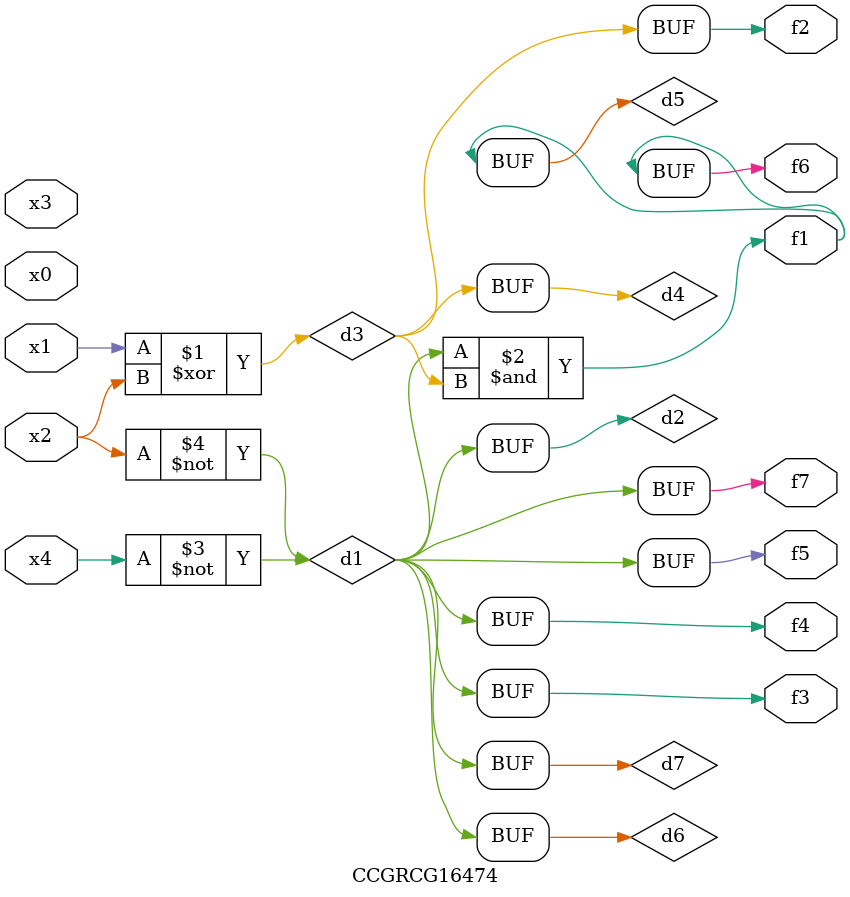
<source format=v>
module CCGRCG16474(
	input x0, x1, x2, x3, x4,
	output f1, f2, f3, f4, f5, f6, f7
);

	wire d1, d2, d3, d4, d5, d6, d7;

	not (d1, x4);
	not (d2, x2);
	xor (d3, x1, x2);
	buf (d4, d3);
	and (d5, d1, d3);
	buf (d6, d1, d2);
	buf (d7, d2);
	assign f1 = d5;
	assign f2 = d4;
	assign f3 = d7;
	assign f4 = d7;
	assign f5 = d7;
	assign f6 = d5;
	assign f7 = d7;
endmodule

</source>
